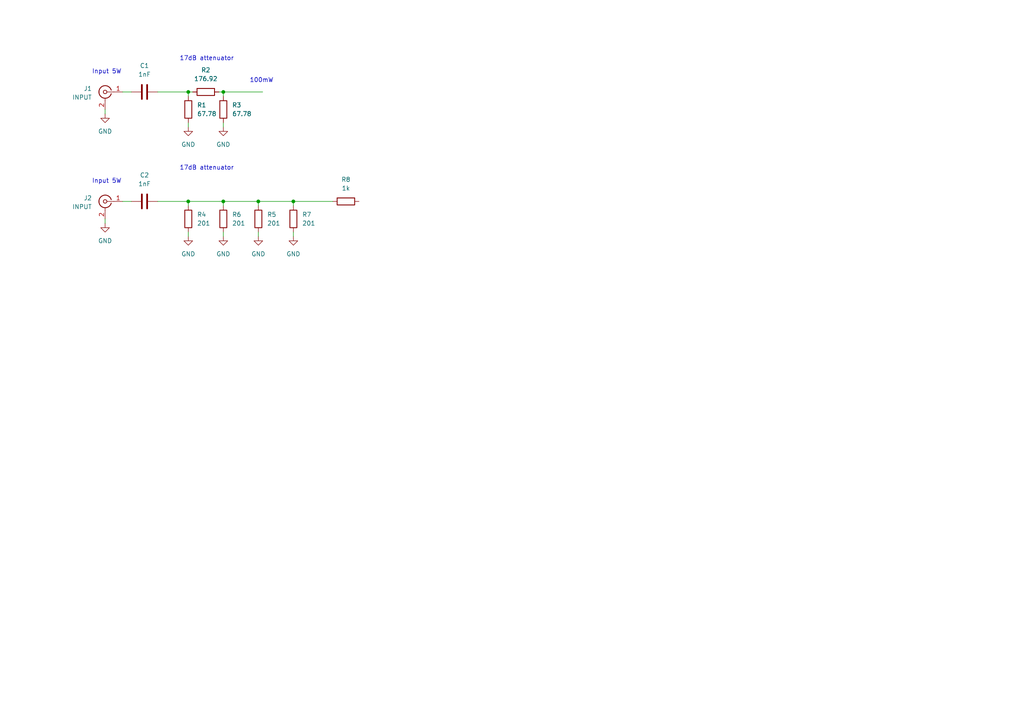
<source format=kicad_sch>
(kicad_sch (version 20230121) (generator eeschema)
  (paper "A4")
  (lib_symbols
    (symbol "Connector:Conn_Coaxial" (pin_names (offset 1.016) hide)
      (property "Reference" "J" (at 0.254 3.048 0))
      (property "Value" "Conn_Coaxial" (at 2.921 0 90))
      (symbol "Conn_Coaxial_0_1"
        (arc (start -1.778 -0.508) (mid 0.2311 -1.8066) (end 1.778 0) (stroke (width 0.254)))
        (polyline (pts (xy -2.54 0) (xy -0.508 0)))
        (polyline (pts (xy 0 -2.54) (xy 0 -1.778)))
        (circle (center 0 0) (radius 0.508) (stroke (width 0.2032)))
        (arc (start 1.778 0) (mid 0.2099 1.8101) (end -1.778 0.508) (stroke (width 0.254)))
      )
      (symbol "Conn_Coaxial_1_1"
        (pin passive line (at -5.08 0 0) (length 2.54) (name "In") (number "1"))
        (pin passive line (at 0 -5.08 90) (length 2.54) (name "Ext") (number "2"))
      )
    )
    (symbol "Device:C" (pin_numbers hide) (pin_names (offset 0.254))
      (property "Reference" "C" (at 0.635 2.54 0))
      (property "Value" "C" (at 0.635 -2.54 0))
      (symbol "C_0_1"
        (polyline (pts (xy -2.032 -0.762) (xy 2.032 -0.762)) (stroke (width 0.508)))
        (polyline (pts (xy -2.032 0.762) (xy 2.032 0.762)) (stroke (width 0.508)))
      )
      (symbol "C_1_1"
        (pin passive line (at 0 3.81 270) (length 2.794) (name "~") (number "1"))
        (pin passive line (at 0 -3.81 90) (length 2.794) (name "~") (number "2"))
      )
    )
    (symbol "Device:R" (pin_numbers hide) (pin_names (offset 0))
      (property "Reference" "R" (at 2.032 0 90))
      (property "Value" "R" (at 0 0 90))
      (symbol "R_0_1"
        (rectangle (start -1.016 -2.54) (end 1.016 2.54) (stroke (width 0.254)))
      )
      (symbol "R_1_1"
        (pin passive line (at 0 3.81 270) (length 1.27) (name "~") (number "1"))
        (pin passive line (at 0 -3.81 90) (length 1.27) (name "~") (number "2"))
      )
    )
    (symbol "power:GND" (power) (pin_names (offset 0))
      (property "Value" "GND" (at 0 -3.81 0))
      (symbol "GND_0_1"
        (polyline (pts (xy 0 0) (xy 0 -1.27) (xy 1.27 -1.27) (xy 0 -2.54) (xy -1.27 -1.27) (xy 0 -1.27)))
      )
      (symbol "GND_1_1"
        (pin power_in line (at 0 0 270) (length 0) hide (name "GND") (number "1"))
      )
    )
  )
  (junction (at 64.77 26.67))
  (junction (at 54.61 58.42))
  (junction (at 54.61 26.67))
  (junction (at 64.77 58.42))
  (junction (at 85.09 58.42))
  (junction (at 74.93 58.42))
  (wire (pts (xy 45.72 26.67) (xy 54.61 26.67)))
  (wire (pts (xy 35.56 58.42) (xy 38.1 58.42)))
  (wire (pts (xy 85.09 58.42) (xy 96.52 58.42)))
  (wire (pts (xy 54.61 26.67) (xy 54.61 27.94)))
  (wire (pts (xy 54.61 67.31) (xy 54.61 68.58)))
  (wire (pts (xy 54.61 26.67) (xy 55.88 26.67)))
  (wire (pts (xy 54.61 35.56) (xy 54.61 36.83)))
  (wire (pts (xy 85.09 58.42) (xy 85.09 59.69)))
  (wire (pts (xy 64.77 26.67) (xy 76.2 26.67)))
  (wire (pts (xy 64.77 58.42) (xy 74.93 58.42)))
  (wire (pts (xy 85.09 67.31) (xy 85.09 68.58)))
  (wire (pts (xy 74.93 58.42) (xy 74.93 59.69)))
  (wire (pts (xy 35.56 26.67) (xy 38.1 26.67)))
  (wire (pts (xy 74.93 67.31) (xy 74.93 68.58)))
  (wire (pts (xy 63.5 26.67) (xy 64.77 26.67)))
  (wire (pts (xy 74.93 58.42) (xy 85.09 58.42)))
  (wire (pts (xy 64.77 26.67) (xy 64.77 27.94)))
  (wire (pts (xy 30.48 31.75) (xy 30.48 33.02)))
  (wire (pts (xy 30.48 63.5) (xy 30.48 64.77)))
  (wire (pts (xy 54.61 58.42) (xy 64.77 58.42)))
  (wire (pts (xy 64.77 67.31) (xy 64.77 68.58)))
  (wire (pts (xy 64.77 35.56) (xy 64.77 36.83)))
  (wire (pts (xy 45.72 58.42) (xy 54.61 58.42)))
  (wire (pts (xy 54.61 58.42) (xy 54.61 59.69)))
  (wire (pts (xy 64.77 58.42) (xy 64.77 59.69)))
  (text "17dB attenuator" (at 52.07 49.53 0) (effects (font (size 1.27 1.27)) (justify left bottom)))
  (text "Input 5W" (at 26.67 21.59 0) (effects (font (size 1.27 1.27)) (justify left bottom)))
  (text "100mW" (at 72.39 24.13 0) (effects (font (size 1.27 1.27)) (justify left bottom)))
  (text "Input 5W" (at 26.67 53.34 0) (effects (font (size 1.27 1.27)) (justify left bottom)))
  (text "17dB attenuator" (at 52.07 17.78 0) (effects (font (size 1.27 1.27)) (justify left bottom)))
  (symbol (lib_id "power:GND") (at 54.61 68.58 0) (unit 1)
    (property "Reference" "#PWR05" (effects hide))
    (property "Value" "GND" (at 54.61 73.66 0))
  )
  (symbol (lib_id "power:GND") (at 30.48 64.77 0) (unit 1)
    (property "Reference" "#PWR04" (effects hide))
    (property "Value" "GND" (at 30.48 69.85 0))
  )
  (symbol (lib_id "power:GND") (at 30.48 33.02 0) (unit 1)
    (property "Reference" "#PWR01" (effects hide))
    (property "Value" "GND" (at 30.48 38.1 0))
  )
  (symbol (lib_id "Device:R") (at 64.77 31.75 0) (unit 1)
    (property "Reference" "R3" (at 67.31 30.48 0) (effects (justify left)))
    (property "Value" "67.78" (at 67.31 33.02 0) (effects (justify left)))
  )
  (symbol (lib_id "Device:R") (at 64.77 63.5 0) (unit 1)
    (property "Reference" "R6" (at 67.31 62.23 0) (effects (justify left)))
    (property "Value" "201" (at 67.31 64.77 0) (effects (justify left)))
  )
  (symbol (lib_id "Device:C") (at 41.91 58.42 90) (unit 1)
    (property "Reference" "C2" (at 41.91 50.8 90))
    (property "Value" "1nF" (at 41.91 53.34 90))
  )
  (symbol (lib_id "Device:R") (at 85.09 63.5 0) (unit 1)
    (property "Reference" "R7" (at 87.63 62.23 0) (effects (justify left)))
    (property "Value" "201" (at 87.63 64.77 0) (effects (justify left)))
  )
  (symbol (lib_id "power:GND") (at 54.61 36.83 0) (unit 1)
    (property "Reference" "#PWR02" (effects hide))
    (property "Value" "GND" (at 54.61 41.91 0))
  )
  (symbol (lib_id "power:GND") (at 74.93 68.58 0) (unit 1)
    (property "Reference" "#PWR07" (effects hide))
    (property "Value" "GND" (at 74.93 73.66 0))
  )
  (symbol (lib_id "Device:R") (at 54.61 63.5 0) (unit 1)
    (property "Reference" "R4" (at 57.15 62.23 0) (effects (justify left)))
    (property "Value" "201" (at 57.15 64.77 0) (effects (justify left)))
  )
  (symbol (lib_id "Device:R") (at 59.69 26.67 90) (unit 1)
    (property "Reference" "R2" (at 59.69 20.32 90))
    (property "Value" "176.92" (at 59.69 22.86 90))
  )
  (symbol (lib_id "power:GND") (at 85.09 68.58 0) (unit 1)
    (property "Reference" "#PWR08" (effects hide))
    (property "Value" "GND" (at 85.09 73.66 0))
  )
  (symbol (lib_id "Device:R") (at 100.33 58.42 90) (unit 1)
    (property "Reference" "R8" (at 100.33 52.07 90))
    (property "Value" "1k" (at 100.33 54.61 90))
  )
  (symbol (lib_id "Device:R") (at 74.93 63.5 0) (unit 1)
    (property "Reference" "R5" (at 77.47 62.23 0) (effects (justify left)))
    (property "Value" "201" (at 77.47 64.77 0) (effects (justify left)))
  )
  (symbol (lib_id "Device:R") (at 54.61 31.75 0) (unit 1)
    (property "Reference" "R1" (at 57.15 30.48 0) (effects (justify left)))
    (property "Value" "67.78" (at 57.15 33.02 0) (effects (justify left)))
  )
  (symbol (lib_id "Connector:Conn_Coaxial") (at 30.48 26.67 0) (mirror y) (unit 1)
    (property "Reference" "J1" (at 26.67 25.6932 0) (effects (justify left)))
    (property "Value" "INPUT" (at 26.67 28.2332 0) (effects (justify left)))
    (property "Footprint" "Connector_Coaxial:SMA_Amphenol_132289_EdgeMount" (effects hide))
    (property "Datasheet" " ~" (effects hide))
  )
  (symbol (lib_id "power:GND") (at 64.77 68.58 0) (unit 1)
    (property "Reference" "#PWR06" (effects hide))
    (property "Value" "GND" (at 64.77 73.66 0))
  )
  (symbol (lib_id "Device:C") (at 41.91 26.67 90) (unit 1)
    (property "Reference" "C1" (at 41.91 19.05 90))
    (property "Value" "1nF" (at 41.91 21.59 90))
  )
  (symbol (lib_id "Connector:Conn_Coaxial") (at 30.48 58.42 0) (mirror y) (unit 1)
    (property "Reference" "J2" (at 26.67 57.4432 0) (effects (justify left)))
    (property "Value" "INPUT" (at 26.67 59.9832 0) (effects (justify left)))
    (property "Footprint" "Connector_Coaxial:SMA_Amphenol_132289_EdgeMount" (effects hide))
    (property "Datasheet" " ~" (effects hide))
  )
  (symbol (lib_id "power:GND") (at 64.77 36.83 0) (unit 1)
    (property "Reference" "#PWR03" (effects hide))
    (property "Value" "GND" (at 64.77 41.91 0))
  )
)
</source>
